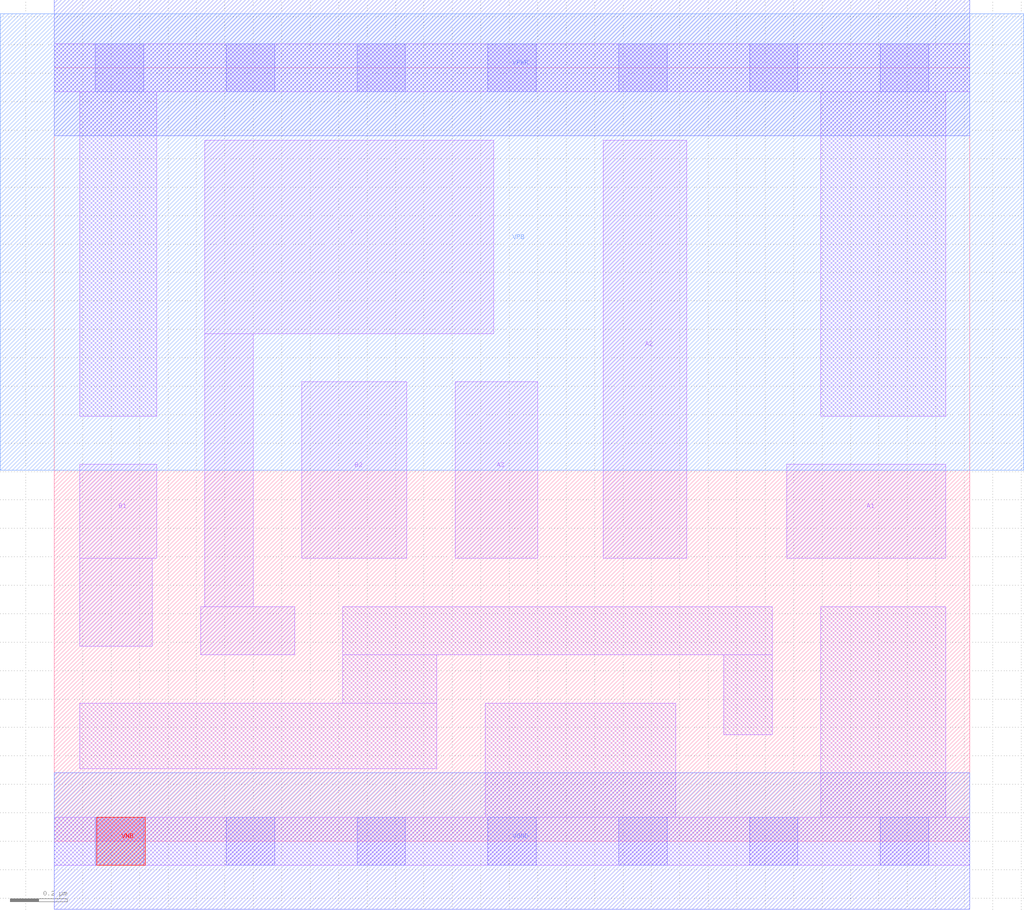
<source format=lef>
# Copyright 2020 The SkyWater PDK Authors
#
# Licensed under the Apache License, Version 2.0 (the "License");
# you may not use this file except in compliance with the License.
# You may obtain a copy of the License at
#
#     https://www.apache.org/licenses/LICENSE-2.0
#
# Unless required by applicable law or agreed to in writing, software
# distributed under the License is distributed on an "AS IS" BASIS,
# WITHOUT WARRANTIES OR CONDITIONS OF ANY KIND, either express or implied.
# See the License for the specific language governing permissions and
# limitations under the License.
#
# SPDX-License-Identifier: Apache-2.0

VERSION 5.7 ;
  NOWIREEXTENSIONATPIN ON ;
  DIVIDERCHAR "/" ;
  BUSBITCHARS "[]" ;
MACRO sky130_fd_sc_hd__o32ai_1
  CLASS CORE ;
  FOREIGN sky130_fd_sc_hd__o32ai_1 ;
  ORIGIN  0.000000  0.000000 ;
  SIZE  3.220000 BY  2.720000 ;
  SYMMETRY X Y R90 ;
  SITE unithd ;
  PIN A1
    ANTENNAGATEAREA  0.247500 ;
    DIRECTION INPUT ;
    USE SIGNAL ;
    PORT
      LAYER li1 ;
        RECT 2.575000 0.995000 3.135000 1.325000 ;
    END
  END A1
  PIN A2
    ANTENNAGATEAREA  0.247500 ;
    DIRECTION INPUT ;
    USE SIGNAL ;
    PORT
      LAYER li1 ;
        RECT 1.930000 0.995000 2.225000 2.465000 ;
    END
  END A2
  PIN A3
    ANTENNAGATEAREA  0.247500 ;
    DIRECTION INPUT ;
    USE SIGNAL ;
    PORT
      LAYER li1 ;
        RECT 1.410000 0.995000 1.700000 1.615000 ;
    END
  END A3
  PIN B1
    ANTENNAGATEAREA  0.247500 ;
    DIRECTION INPUT ;
    USE SIGNAL ;
    PORT
      LAYER li1 ;
        RECT 0.090000 0.685000 0.345000 0.995000 ;
        RECT 0.090000 0.995000 0.360000 1.325000 ;
    END
  END B1
  PIN B2
    ANTENNAGATEAREA  0.247500 ;
    DIRECTION INPUT ;
    USE SIGNAL ;
    PORT
      LAYER li1 ;
        RECT 0.870000 0.995000 1.240000 1.615000 ;
    END
  END B2
  PIN VNB
    PORT
      LAYER pwell ;
        RECT 0.150000 -0.085000 0.320000 0.085000 ;
    END
  END VNB
  PIN VPB
    PORT
      LAYER nwell ;
        RECT -0.190000 1.305000 3.410000 2.910000 ;
    END
  END VPB
  PIN Y
    ANTENNADIFFAREA  0.821250 ;
    DIRECTION OUTPUT ;
    USE SIGNAL ;
    PORT
      LAYER li1 ;
        RECT 0.515000 0.655000 0.845000 0.825000 ;
        RECT 0.530000 0.825000 0.700000 1.785000 ;
        RECT 0.530000 1.785000 1.545000 2.465000 ;
    END
  END Y
  PIN VGND
    DIRECTION INOUT ;
    SHAPE ABUTMENT ;
    USE GROUND ;
    PORT
      LAYER met1 ;
        RECT 0.000000 -0.240000 3.220000 0.240000 ;
    END
  END VGND
  PIN VPWR
    DIRECTION INOUT ;
    SHAPE ABUTMENT ;
    USE POWER ;
    PORT
      LAYER met1 ;
        RECT 0.000000 2.480000 3.220000 2.960000 ;
    END
  END VPWR
  OBS
    LAYER li1 ;
      RECT 0.000000 -0.085000 3.220000 0.085000 ;
      RECT 0.000000  2.635000 3.220000 2.805000 ;
      RECT 0.090000  0.255000 1.345000 0.485000 ;
      RECT 0.090000  1.495000 0.360000 2.635000 ;
      RECT 1.015000  0.485000 1.345000 0.655000 ;
      RECT 1.015000  0.655000 2.525000 0.825000 ;
      RECT 1.515000  0.085000 2.185000 0.485000 ;
      RECT 2.355000  0.375000 2.525000 0.655000 ;
      RECT 2.695000  0.085000 3.135000 0.825000 ;
      RECT 2.695000  1.495000 3.135000 2.635000 ;
    LAYER mcon ;
      RECT 0.145000 -0.085000 0.315000 0.085000 ;
      RECT 0.145000  2.635000 0.315000 2.805000 ;
      RECT 0.605000 -0.085000 0.775000 0.085000 ;
      RECT 0.605000  2.635000 0.775000 2.805000 ;
      RECT 1.065000 -0.085000 1.235000 0.085000 ;
      RECT 1.065000  2.635000 1.235000 2.805000 ;
      RECT 1.525000 -0.085000 1.695000 0.085000 ;
      RECT 1.525000  2.635000 1.695000 2.805000 ;
      RECT 1.985000 -0.085000 2.155000 0.085000 ;
      RECT 1.985000  2.635000 2.155000 2.805000 ;
      RECT 2.445000 -0.085000 2.615000 0.085000 ;
      RECT 2.445000  2.635000 2.615000 2.805000 ;
      RECT 2.905000 -0.085000 3.075000 0.085000 ;
      RECT 2.905000  2.635000 3.075000 2.805000 ;
  END
END sky130_fd_sc_hd__o32ai_1
END LIBRARY

</source>
